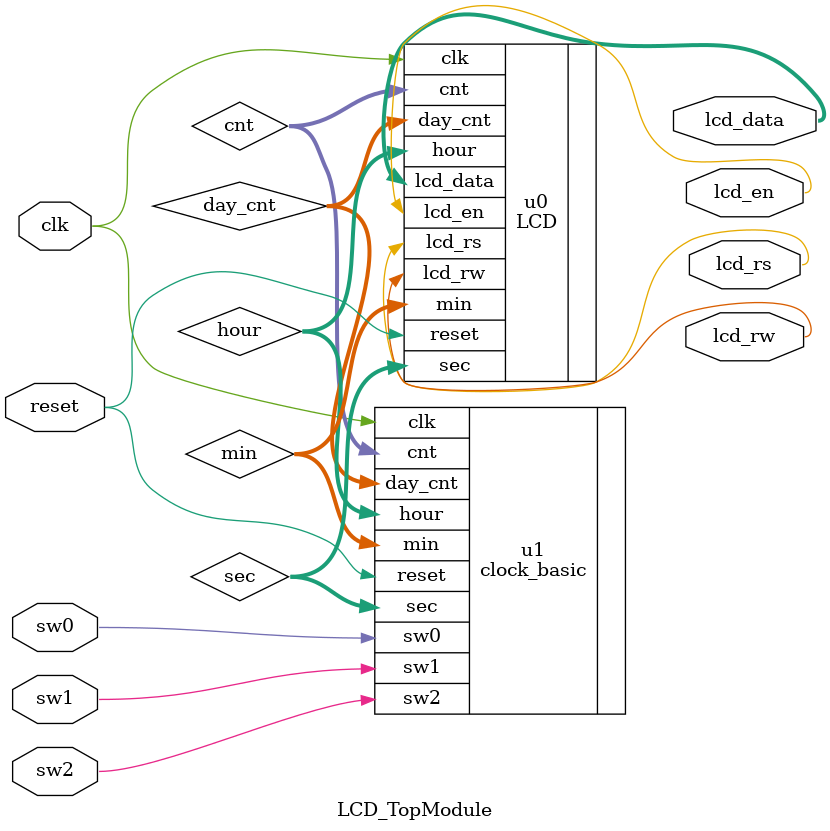
<source format=v>
module LCD_TopModule(clk,reset,lcd_rs,lcd_rw,lcd_en,lcd_data,sw0,sw1,sw2);  //¸ðµâ ¼±¾ðºÎ

 input clk,reset,sw0,sw1,sw2;  //ÀÔÃâ·Â ¼±¾ðºÎ
 output lcd_rs,lcd_rw,lcd_en;
 output [7:0]lcd_data;

 wire [5:0]sec,min;  //º¯¼ö ¼±¾ðºÎ
 wire [4:0]hour;
 wire [27:0]cnt;
 wire [2:0]day_cnt;

 LCD u0(.clk(clk),.reset(reset),.lcd_rs(lcd_rs),.lcd_rw(lcd_rw),.lcd_en(lcd_en),.lcd_data(lcd_data),.sec(sec),.min(min),.hour(hour),.cnt(cnt),.day_cnt(day_cnt));  //lcd ¸ðµâ
 clock_basic u1(.clk(clk),.reset(reset),.sec(sec),.min(min),.hour(hour),.sw0(sw0),.sw1(sw1),.sw2(sw2),.cnt(cnt),.day_cnt(day_cnt));  //½Ã°è ¸ðµâ
 
endmodule

</source>
